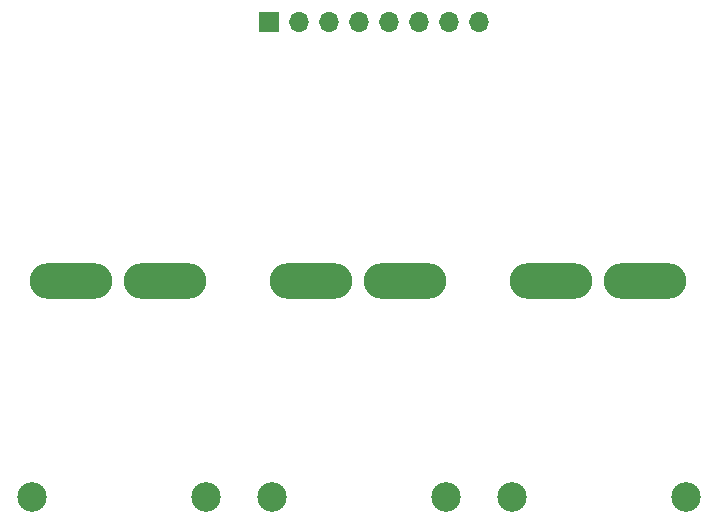
<source format=gbr>
%TF.GenerationSoftware,KiCad,Pcbnew,6.0.2+dfsg-1*%
%TF.CreationDate,2023-02-04T23:29:27-05:00*%
%TF.ProjectId,ups-test,7570732d-7465-4737-942e-6b696361645f,rev?*%
%TF.SameCoordinates,Original*%
%TF.FileFunction,Soldermask,Bot*%
%TF.FilePolarity,Negative*%
%FSLAX46Y46*%
G04 Gerber Fmt 4.6, Leading zero omitted, Abs format (unit mm)*
G04 Created by KiCad (PCBNEW 6.0.2+dfsg-1) date 2023-02-04 23:29:27*
%MOMM*%
%LPD*%
G01*
G04 APERTURE LIST*
%ADD10R,1.700000X1.700000*%
%ADD11O,1.700000X1.700000*%
%ADD12C,2.500000*%
%ADD13O,7.000000X3.000000*%
G04 APERTURE END LIST*
D10*
%TO.C,J4*%
X93995000Y-25146000D03*
D11*
X96535000Y-25146000D03*
X99075000Y-25146000D03*
X101615000Y-25146000D03*
X104155000Y-25146000D03*
X106695000Y-25146000D03*
X109235000Y-25146000D03*
X111775000Y-25146000D03*
%TD*%
D12*
%TO.C,J2*%
X94234000Y-65306000D03*
X108966000Y-65306000D03*
D13*
X105537000Y-47018000D03*
X97536000Y-47018000D03*
%TD*%
D12*
%TO.C,J3*%
X129286000Y-65306000D03*
X114554000Y-65306000D03*
D13*
X125857000Y-47018000D03*
X117856000Y-47018000D03*
%TD*%
D12*
%TO.C,J1*%
X88646000Y-65306000D03*
X73914000Y-65306000D03*
D13*
X85217000Y-47018000D03*
X77216000Y-47018000D03*
%TD*%
M02*

</source>
